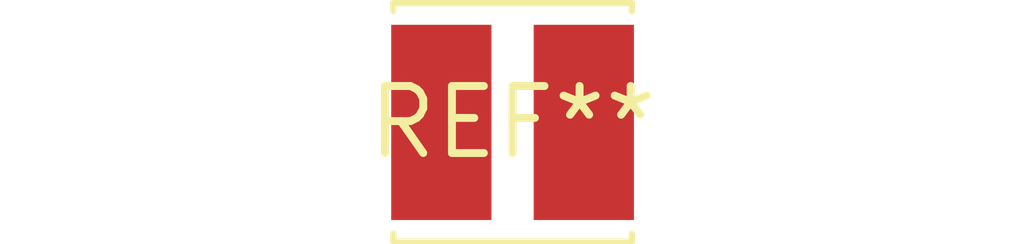
<source format=kicad_pcb>
(kicad_pcb (version 20240108) (generator pcbnew)
  (layers (0 "F.Cu" signal) (31 "B.Cu" signal) (34 "B.Paste" user) (35 "F.Paste" user) (36 "B.SilkS" user "B.Silkscreen") (37 "F.SilkS" user "F.Silkscreen") (38 "B.Mask" user) (39 "F.Mask" user) (44 "Edge.Cuts" user))
  (net 0 "")
  (footprint "L_Cenker_CKCS4030" (layer "F.Cu") (at 0 0)
    (property "Reference" "REF**")
    (property "Value" "L_Cenker_CKCS4030")
    (fp_line (start -2.26 -2.26) (end -2.26 -2.11) (layer "F.SilkS") (stroke (width 0.12)))
    (fp_line (start -2.26 -2.26) (end 2.26 -2.26) (layer "F.SilkS") (stroke (width 0.12)))
    (fp_line (start -2.26 2.26) (end -2.26 2.11) (layer "F.SilkS") (stroke (width 0.12)))
    (fp_line (start -2.26 2.26) (end 2.26 2.26) (layer "F.SilkS") (stroke (width 0.12)))
    (fp_line (start 2.26 -2.26) (end 2.26 -2.11) (layer "F.SilkS") (stroke (width 0.12)))
    (fp_line (start 2.26 2.26) (end 2.26 2.11) (layer "F.SilkS") (stroke (width 0.12)))
    (pad "1" smd rect (at -1.35 0) (size 1.9 3.7) (layers "F.Cu" "F.Paste" "F.Mask"))
    (pad "2" smd rect (at 1.35 0) (size 1.9 3.7) (layers "F.Cu" "F.Paste" "F.Mask"))
  )
)
</source>
